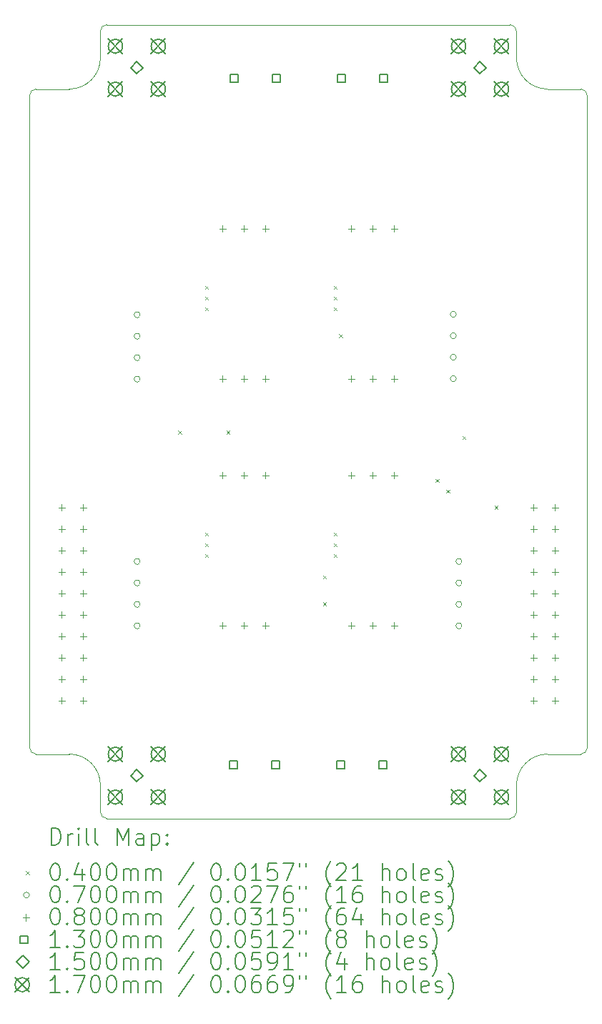
<source format=gbr>
%FSLAX45Y45*%
G04 Gerber Fmt 4.5, Leading zero omitted, Abs format (unit mm)*
G04 Created by KiCad (PCBNEW (6.0.0)) date 2022-08-16 09:44:08*
%MOMM*%
%LPD*%
G01*
G04 APERTURE LIST*
%TA.AperFunction,Profile*%
%ADD10C,0.050000*%
%TD*%
%ADD11C,0.200000*%
%ADD12C,0.040000*%
%ADD13C,0.070000*%
%ADD14C,0.080000*%
%ADD15C,0.130000*%
%ADD16C,0.150000*%
%ADD17C,0.170000*%
G04 APERTURE END LIST*
D10*
X8255000Y-7823200D02*
X8255000Y-15544800D01*
X14859000Y-15544800D02*
X14859000Y-7823200D01*
X8331200Y-15621000D02*
X8724900Y-15621000D01*
X9169400Y-16383000D02*
X13944600Y-16383000D01*
X9093200Y-15989300D02*
X9093200Y-16306800D01*
X14389100Y-15621000D02*
X14782800Y-15621000D01*
X8724900Y-7747000D02*
X8331200Y-7747000D01*
X14782800Y-15621000D02*
G75*
G03*
X14859000Y-15544800I4J76196D01*
G01*
X13944600Y-6985000D02*
X9169400Y-6985000D01*
X8331200Y-7747000D02*
G75*
G03*
X8255000Y-7823200I4J-76204D01*
G01*
X13944600Y-16383000D02*
G75*
G03*
X14020800Y-16306800I0J76200D01*
G01*
X8724900Y-7747000D02*
G75*
G03*
X9093200Y-7378700I4J368296D01*
G01*
X14859000Y-7823200D02*
G75*
G03*
X14782800Y-7747000I-76202J-2D01*
G01*
X14782800Y-7747000D02*
X14389100Y-7747000D01*
X9169400Y-6985000D02*
G75*
G03*
X9093200Y-7061200I4J-76204D01*
G01*
X9093200Y-15989300D02*
G75*
G03*
X8724900Y-15621000I-368300J0D01*
G01*
X14389100Y-15621000D02*
G75*
G03*
X14020800Y-15989300I0J-368300D01*
G01*
X14020800Y-16306800D02*
X14020800Y-15989300D01*
X14020800Y-7378700D02*
G75*
G03*
X14389100Y-7747000I368298J-2D01*
G01*
X8255000Y-15544800D02*
G75*
G03*
X8331200Y-15621000I76201J1D01*
G01*
X14020800Y-7378700D02*
X14020800Y-7061200D01*
X9093200Y-7061200D02*
X9093200Y-7378700D01*
X9093200Y-16306800D02*
G75*
G03*
X9169400Y-16383000I76200J0D01*
G01*
X14020800Y-7061200D02*
G75*
G03*
X13944600Y-6985000I-76202J-2D01*
G01*
D11*
D12*
X10013000Y-11791000D02*
X10053000Y-11831000D01*
X10053000Y-11791000D02*
X10013000Y-11831000D01*
X10330500Y-10076500D02*
X10370500Y-10116500D01*
X10370500Y-10076500D02*
X10330500Y-10116500D01*
X10330500Y-10203500D02*
X10370500Y-10243500D01*
X10370500Y-10203500D02*
X10330500Y-10243500D01*
X10330500Y-10330500D02*
X10370500Y-10370500D01*
X10370500Y-10330500D02*
X10330500Y-10370500D01*
X10330500Y-12997500D02*
X10370500Y-13037500D01*
X10370500Y-12997500D02*
X10330500Y-13037500D01*
X10330500Y-13124500D02*
X10370500Y-13164500D01*
X10370500Y-13124500D02*
X10330500Y-13164500D01*
X10330500Y-13251500D02*
X10370500Y-13291500D01*
X10370500Y-13251500D02*
X10330500Y-13291500D01*
X10584500Y-11791000D02*
X10624500Y-11831000D01*
X10624500Y-11791000D02*
X10584500Y-11831000D01*
X11727500Y-13505500D02*
X11767500Y-13545500D01*
X11767500Y-13505500D02*
X11727500Y-13545500D01*
X11727500Y-13823000D02*
X11767500Y-13863000D01*
X11767500Y-13823000D02*
X11727500Y-13863000D01*
X11854500Y-10076500D02*
X11894500Y-10116500D01*
X11894500Y-10076500D02*
X11854500Y-10116500D01*
X11854500Y-10203500D02*
X11894500Y-10243500D01*
X11894500Y-10203500D02*
X11854500Y-10243500D01*
X11854500Y-10330500D02*
X11894500Y-10370500D01*
X11894500Y-10330500D02*
X11854500Y-10370500D01*
X11854500Y-12997500D02*
X11894500Y-13037500D01*
X11894500Y-12997500D02*
X11854500Y-13037500D01*
X11854500Y-13124500D02*
X11894500Y-13164500D01*
X11894500Y-13124500D02*
X11854500Y-13164500D01*
X11854500Y-13251500D02*
X11894500Y-13291500D01*
X11894500Y-13251500D02*
X11854500Y-13291500D01*
X11918000Y-10648000D02*
X11958000Y-10688000D01*
X11958000Y-10648000D02*
X11918000Y-10688000D01*
X13061000Y-12362500D02*
X13101000Y-12402500D01*
X13101000Y-12362500D02*
X13061000Y-12402500D01*
X13188000Y-12489500D02*
X13228000Y-12529500D01*
X13228000Y-12489500D02*
X13188000Y-12529500D01*
X13378500Y-11854500D02*
X13418500Y-11894500D01*
X13418500Y-11854500D02*
X13378500Y-11894500D01*
X13759500Y-12680000D02*
X13799500Y-12720000D01*
X13799500Y-12680000D02*
X13759500Y-12720000D01*
D13*
X9563750Y-10418750D02*
G75*
G03*
X9563750Y-10418750I-35000J0D01*
G01*
X9563750Y-10672750D02*
G75*
G03*
X9563750Y-10672750I-35000J0D01*
G01*
X9563750Y-10926750D02*
G75*
G03*
X9563750Y-10926750I-35000J0D01*
G01*
X9563750Y-11180750D02*
G75*
G03*
X9563750Y-11180750I-35000J0D01*
G01*
X9563750Y-13339750D02*
G75*
G03*
X9563750Y-13339750I-35000J0D01*
G01*
X9563750Y-13593750D02*
G75*
G03*
X9563750Y-13593750I-35000J0D01*
G01*
X9563750Y-13847750D02*
G75*
G03*
X9563750Y-13847750I-35000J0D01*
G01*
X9563750Y-14101750D02*
G75*
G03*
X9563750Y-14101750I-35000J0D01*
G01*
X13306500Y-10414000D02*
G75*
G03*
X13306500Y-10414000I-35000J0D01*
G01*
X13306500Y-10668000D02*
G75*
G03*
X13306500Y-10668000I-35000J0D01*
G01*
X13306500Y-10922000D02*
G75*
G03*
X13306500Y-10922000I-35000J0D01*
G01*
X13306500Y-11176000D02*
G75*
G03*
X13306500Y-11176000I-35000J0D01*
G01*
X13373750Y-13339750D02*
G75*
G03*
X13373750Y-13339750I-35000J0D01*
G01*
X13373750Y-13593750D02*
G75*
G03*
X13373750Y-13593750I-35000J0D01*
G01*
X13373750Y-13847750D02*
G75*
G03*
X13373750Y-13847750I-35000J0D01*
G01*
X13373750Y-14101750D02*
G75*
G03*
X13373750Y-14101750I-35000J0D01*
G01*
D14*
X8636000Y-12660000D02*
X8636000Y-12740000D01*
X8596000Y-12700000D02*
X8676000Y-12700000D01*
X8636000Y-12914000D02*
X8636000Y-12994000D01*
X8596000Y-12954000D02*
X8676000Y-12954000D01*
X8636000Y-13168000D02*
X8636000Y-13248000D01*
X8596000Y-13208000D02*
X8676000Y-13208000D01*
X8636000Y-13422000D02*
X8636000Y-13502000D01*
X8596000Y-13462000D02*
X8676000Y-13462000D01*
X8636000Y-13676000D02*
X8636000Y-13756000D01*
X8596000Y-13716000D02*
X8676000Y-13716000D01*
X8636000Y-13930000D02*
X8636000Y-14010000D01*
X8596000Y-13970000D02*
X8676000Y-13970000D01*
X8636000Y-14184000D02*
X8636000Y-14264000D01*
X8596000Y-14224000D02*
X8676000Y-14224000D01*
X8636000Y-14438000D02*
X8636000Y-14518000D01*
X8596000Y-14478000D02*
X8676000Y-14478000D01*
X8636000Y-14692000D02*
X8636000Y-14772000D01*
X8596000Y-14732000D02*
X8676000Y-14732000D01*
X8636000Y-14946000D02*
X8636000Y-15026000D01*
X8596000Y-14986000D02*
X8676000Y-14986000D01*
X8890000Y-12660000D02*
X8890000Y-12740000D01*
X8850000Y-12700000D02*
X8930000Y-12700000D01*
X8890000Y-12914000D02*
X8890000Y-12994000D01*
X8850000Y-12954000D02*
X8930000Y-12954000D01*
X8890000Y-13168000D02*
X8890000Y-13248000D01*
X8850000Y-13208000D02*
X8930000Y-13208000D01*
X8890000Y-13422000D02*
X8890000Y-13502000D01*
X8850000Y-13462000D02*
X8930000Y-13462000D01*
X8890000Y-13676000D02*
X8890000Y-13756000D01*
X8850000Y-13716000D02*
X8930000Y-13716000D01*
X8890000Y-13930000D02*
X8890000Y-14010000D01*
X8850000Y-13970000D02*
X8930000Y-13970000D01*
X8890000Y-14184000D02*
X8890000Y-14264000D01*
X8850000Y-14224000D02*
X8930000Y-14224000D01*
X8890000Y-14438000D02*
X8890000Y-14518000D01*
X8850000Y-14478000D02*
X8930000Y-14478000D01*
X8890000Y-14692000D02*
X8890000Y-14772000D01*
X8850000Y-14732000D02*
X8930000Y-14732000D01*
X8890000Y-14946000D02*
X8890000Y-15026000D01*
X8850000Y-14986000D02*
X8930000Y-14986000D01*
X10541000Y-9358000D02*
X10541000Y-9438000D01*
X10501000Y-9398000D02*
X10581000Y-9398000D01*
X10541000Y-11136000D02*
X10541000Y-11216000D01*
X10501000Y-11176000D02*
X10581000Y-11176000D01*
X10541000Y-12279000D02*
X10541000Y-12359000D01*
X10501000Y-12319000D02*
X10581000Y-12319000D01*
X10541000Y-14057000D02*
X10541000Y-14137000D01*
X10501000Y-14097000D02*
X10581000Y-14097000D01*
X10795000Y-9358000D02*
X10795000Y-9438000D01*
X10755000Y-9398000D02*
X10835000Y-9398000D01*
X10795000Y-11136000D02*
X10795000Y-11216000D01*
X10755000Y-11176000D02*
X10835000Y-11176000D01*
X10795000Y-12279000D02*
X10795000Y-12359000D01*
X10755000Y-12319000D02*
X10835000Y-12319000D01*
X10795000Y-14057000D02*
X10795000Y-14137000D01*
X10755000Y-14097000D02*
X10835000Y-14097000D01*
X11049000Y-9358000D02*
X11049000Y-9438000D01*
X11009000Y-9398000D02*
X11089000Y-9398000D01*
X11049000Y-11136000D02*
X11049000Y-11216000D01*
X11009000Y-11176000D02*
X11089000Y-11176000D01*
X11049000Y-12279000D02*
X11049000Y-12359000D01*
X11009000Y-12319000D02*
X11089000Y-12319000D01*
X11049000Y-14057000D02*
X11049000Y-14137000D01*
X11009000Y-14097000D02*
X11089000Y-14097000D01*
X12065000Y-9358000D02*
X12065000Y-9438000D01*
X12025000Y-9398000D02*
X12105000Y-9398000D01*
X12065000Y-11136000D02*
X12065000Y-11216000D01*
X12025000Y-11176000D02*
X12105000Y-11176000D01*
X12065000Y-12279000D02*
X12065000Y-12359000D01*
X12025000Y-12319000D02*
X12105000Y-12319000D01*
X12065000Y-14057000D02*
X12065000Y-14137000D01*
X12025000Y-14097000D02*
X12105000Y-14097000D01*
X12319000Y-9358000D02*
X12319000Y-9438000D01*
X12279000Y-9398000D02*
X12359000Y-9398000D01*
X12319000Y-11136000D02*
X12319000Y-11216000D01*
X12279000Y-11176000D02*
X12359000Y-11176000D01*
X12319000Y-12279000D02*
X12319000Y-12359000D01*
X12279000Y-12319000D02*
X12359000Y-12319000D01*
X12319000Y-14057000D02*
X12319000Y-14137000D01*
X12279000Y-14097000D02*
X12359000Y-14097000D01*
X12573000Y-9358000D02*
X12573000Y-9438000D01*
X12533000Y-9398000D02*
X12613000Y-9398000D01*
X12573000Y-11136000D02*
X12573000Y-11216000D01*
X12533000Y-11176000D02*
X12613000Y-11176000D01*
X12573000Y-12279000D02*
X12573000Y-12359000D01*
X12533000Y-12319000D02*
X12613000Y-12319000D01*
X12573000Y-14057000D02*
X12573000Y-14137000D01*
X12533000Y-14097000D02*
X12613000Y-14097000D01*
X14224000Y-12660000D02*
X14224000Y-12740000D01*
X14184000Y-12700000D02*
X14264000Y-12700000D01*
X14224000Y-12914000D02*
X14224000Y-12994000D01*
X14184000Y-12954000D02*
X14264000Y-12954000D01*
X14224000Y-13168000D02*
X14224000Y-13248000D01*
X14184000Y-13208000D02*
X14264000Y-13208000D01*
X14224000Y-13422000D02*
X14224000Y-13502000D01*
X14184000Y-13462000D02*
X14264000Y-13462000D01*
X14224000Y-13676000D02*
X14224000Y-13756000D01*
X14184000Y-13716000D02*
X14264000Y-13716000D01*
X14224000Y-13930000D02*
X14224000Y-14010000D01*
X14184000Y-13970000D02*
X14264000Y-13970000D01*
X14224000Y-14184000D02*
X14224000Y-14264000D01*
X14184000Y-14224000D02*
X14264000Y-14224000D01*
X14224000Y-14438000D02*
X14224000Y-14518000D01*
X14184000Y-14478000D02*
X14264000Y-14478000D01*
X14224000Y-14692000D02*
X14224000Y-14772000D01*
X14184000Y-14732000D02*
X14264000Y-14732000D01*
X14224000Y-14946000D02*
X14224000Y-15026000D01*
X14184000Y-14986000D02*
X14264000Y-14986000D01*
X14478000Y-12660000D02*
X14478000Y-12740000D01*
X14438000Y-12700000D02*
X14518000Y-12700000D01*
X14478000Y-12914000D02*
X14478000Y-12994000D01*
X14438000Y-12954000D02*
X14518000Y-12954000D01*
X14478000Y-13168000D02*
X14478000Y-13248000D01*
X14438000Y-13208000D02*
X14518000Y-13208000D01*
X14478000Y-13422000D02*
X14478000Y-13502000D01*
X14438000Y-13462000D02*
X14518000Y-13462000D01*
X14478000Y-13676000D02*
X14478000Y-13756000D01*
X14438000Y-13716000D02*
X14518000Y-13716000D01*
X14478000Y-13930000D02*
X14478000Y-14010000D01*
X14438000Y-13970000D02*
X14518000Y-13970000D01*
X14478000Y-14184000D02*
X14478000Y-14264000D01*
X14438000Y-14224000D02*
X14518000Y-14224000D01*
X14478000Y-14438000D02*
X14478000Y-14518000D01*
X14438000Y-14478000D02*
X14518000Y-14478000D01*
X14478000Y-14692000D02*
X14478000Y-14772000D01*
X14438000Y-14732000D02*
X14518000Y-14732000D01*
X14478000Y-14946000D02*
X14478000Y-15026000D01*
X14438000Y-14986000D02*
X14518000Y-14986000D01*
D15*
X10713962Y-15793962D02*
X10713962Y-15702038D01*
X10622038Y-15702038D01*
X10622038Y-15793962D01*
X10713962Y-15793962D01*
X10721962Y-7665962D02*
X10721962Y-7574038D01*
X10630038Y-7574038D01*
X10630038Y-7665962D01*
X10721962Y-7665962D01*
X11213962Y-15793962D02*
X11213962Y-15702038D01*
X11122038Y-15702038D01*
X11122038Y-15793962D01*
X11213962Y-15793962D01*
X11221962Y-7665962D02*
X11221962Y-7574038D01*
X11130038Y-7574038D01*
X11130038Y-7665962D01*
X11221962Y-7665962D01*
X11983962Y-15793962D02*
X11983962Y-15702038D01*
X11892038Y-15702038D01*
X11892038Y-15793962D01*
X11983962Y-15793962D01*
X11991962Y-7665962D02*
X11991962Y-7574038D01*
X11900038Y-7574038D01*
X11900038Y-7665962D01*
X11991962Y-7665962D01*
X12483962Y-15793962D02*
X12483962Y-15702038D01*
X12392038Y-15702038D01*
X12392038Y-15793962D01*
X12483962Y-15793962D01*
X12491962Y-7665962D02*
X12491962Y-7574038D01*
X12400038Y-7574038D01*
X12400038Y-7665962D01*
X12491962Y-7665962D01*
D16*
X9525000Y-7568000D02*
X9600000Y-7493000D01*
X9525000Y-7418000D01*
X9450000Y-7493000D01*
X9525000Y-7568000D01*
X9525000Y-15950000D02*
X9600000Y-15875000D01*
X9525000Y-15800000D01*
X9450000Y-15875000D01*
X9525000Y-15950000D01*
X13589000Y-7568000D02*
X13664000Y-7493000D01*
X13589000Y-7418000D01*
X13514000Y-7493000D01*
X13589000Y-7568000D01*
X13589000Y-15950000D02*
X13664000Y-15875000D01*
X13589000Y-15800000D01*
X13514000Y-15875000D01*
X13589000Y-15950000D01*
D17*
X9186000Y-7154000D02*
X9356000Y-7324000D01*
X9356000Y-7154000D02*
X9186000Y-7324000D01*
X9356000Y-7239000D02*
G75*
G03*
X9356000Y-7239000I-85000J0D01*
G01*
X9186000Y-7662000D02*
X9356000Y-7832000D01*
X9356000Y-7662000D02*
X9186000Y-7832000D01*
X9356000Y-7747000D02*
G75*
G03*
X9356000Y-7747000I-85000J0D01*
G01*
X9186000Y-15536000D02*
X9356000Y-15706000D01*
X9356000Y-15536000D02*
X9186000Y-15706000D01*
X9356000Y-15621000D02*
G75*
G03*
X9356000Y-15621000I-85000J0D01*
G01*
X9186000Y-16044000D02*
X9356000Y-16214000D01*
X9356000Y-16044000D02*
X9186000Y-16214000D01*
X9356000Y-16129000D02*
G75*
G03*
X9356000Y-16129000I-85000J0D01*
G01*
X9694000Y-7154000D02*
X9864000Y-7324000D01*
X9864000Y-7154000D02*
X9694000Y-7324000D01*
X9864000Y-7239000D02*
G75*
G03*
X9864000Y-7239000I-85000J0D01*
G01*
X9694000Y-7662000D02*
X9864000Y-7832000D01*
X9864000Y-7662000D02*
X9694000Y-7832000D01*
X9864000Y-7747000D02*
G75*
G03*
X9864000Y-7747000I-85000J0D01*
G01*
X9694000Y-15536000D02*
X9864000Y-15706000D01*
X9864000Y-15536000D02*
X9694000Y-15706000D01*
X9864000Y-15621000D02*
G75*
G03*
X9864000Y-15621000I-85000J0D01*
G01*
X9694000Y-16044000D02*
X9864000Y-16214000D01*
X9864000Y-16044000D02*
X9694000Y-16214000D01*
X9864000Y-16129000D02*
G75*
G03*
X9864000Y-16129000I-85000J0D01*
G01*
X13250000Y-7154000D02*
X13420000Y-7324000D01*
X13420000Y-7154000D02*
X13250000Y-7324000D01*
X13420000Y-7239000D02*
G75*
G03*
X13420000Y-7239000I-85000J0D01*
G01*
X13250000Y-7662000D02*
X13420000Y-7832000D01*
X13420000Y-7662000D02*
X13250000Y-7832000D01*
X13420000Y-7747000D02*
G75*
G03*
X13420000Y-7747000I-85000J0D01*
G01*
X13250000Y-15536000D02*
X13420000Y-15706000D01*
X13420000Y-15536000D02*
X13250000Y-15706000D01*
X13420000Y-15621000D02*
G75*
G03*
X13420000Y-15621000I-85000J0D01*
G01*
X13250000Y-16044000D02*
X13420000Y-16214000D01*
X13420000Y-16044000D02*
X13250000Y-16214000D01*
X13420000Y-16129000D02*
G75*
G03*
X13420000Y-16129000I-85000J0D01*
G01*
X13758000Y-7154000D02*
X13928000Y-7324000D01*
X13928000Y-7154000D02*
X13758000Y-7324000D01*
X13928000Y-7239000D02*
G75*
G03*
X13928000Y-7239000I-85000J0D01*
G01*
X13758000Y-7662000D02*
X13928000Y-7832000D01*
X13928000Y-7662000D02*
X13758000Y-7832000D01*
X13928000Y-7747000D02*
G75*
G03*
X13928000Y-7747000I-85000J0D01*
G01*
X13758000Y-15536000D02*
X13928000Y-15706000D01*
X13928000Y-15536000D02*
X13758000Y-15706000D01*
X13928000Y-15621000D02*
G75*
G03*
X13928000Y-15621000I-85000J0D01*
G01*
X13758000Y-16044000D02*
X13928000Y-16214000D01*
X13928000Y-16044000D02*
X13758000Y-16214000D01*
X13928000Y-16129000D02*
G75*
G03*
X13928000Y-16129000I-85000J0D01*
G01*
D11*
X8510119Y-16695976D02*
X8510119Y-16495976D01*
X8557738Y-16495976D01*
X8586310Y-16505500D01*
X8605357Y-16524548D01*
X8614881Y-16543595D01*
X8624405Y-16581690D01*
X8624405Y-16610262D01*
X8614881Y-16648357D01*
X8605357Y-16667405D01*
X8586310Y-16686452D01*
X8557738Y-16695976D01*
X8510119Y-16695976D01*
X8710119Y-16695976D02*
X8710119Y-16562643D01*
X8710119Y-16600738D02*
X8719643Y-16581690D01*
X8729167Y-16572167D01*
X8748214Y-16562643D01*
X8767262Y-16562643D01*
X8833929Y-16695976D02*
X8833929Y-16562643D01*
X8833929Y-16495976D02*
X8824405Y-16505500D01*
X8833929Y-16515024D01*
X8843452Y-16505500D01*
X8833929Y-16495976D01*
X8833929Y-16515024D01*
X8957738Y-16695976D02*
X8938690Y-16686452D01*
X8929167Y-16667405D01*
X8929167Y-16495976D01*
X9062500Y-16695976D02*
X9043452Y-16686452D01*
X9033929Y-16667405D01*
X9033929Y-16495976D01*
X9291071Y-16695976D02*
X9291071Y-16495976D01*
X9357738Y-16638833D01*
X9424405Y-16495976D01*
X9424405Y-16695976D01*
X9605357Y-16695976D02*
X9605357Y-16591214D01*
X9595833Y-16572167D01*
X9576786Y-16562643D01*
X9538690Y-16562643D01*
X9519643Y-16572167D01*
X9605357Y-16686452D02*
X9586310Y-16695976D01*
X9538690Y-16695976D01*
X9519643Y-16686452D01*
X9510119Y-16667405D01*
X9510119Y-16648357D01*
X9519643Y-16629309D01*
X9538690Y-16619786D01*
X9586310Y-16619786D01*
X9605357Y-16610262D01*
X9700595Y-16562643D02*
X9700595Y-16762643D01*
X9700595Y-16572167D02*
X9719643Y-16562643D01*
X9757738Y-16562643D01*
X9776786Y-16572167D01*
X9786310Y-16581690D01*
X9795833Y-16600738D01*
X9795833Y-16657881D01*
X9786310Y-16676928D01*
X9776786Y-16686452D01*
X9757738Y-16695976D01*
X9719643Y-16695976D01*
X9700595Y-16686452D01*
X9881548Y-16676928D02*
X9891071Y-16686452D01*
X9881548Y-16695976D01*
X9872024Y-16686452D01*
X9881548Y-16676928D01*
X9881548Y-16695976D01*
X9881548Y-16572167D02*
X9891071Y-16581690D01*
X9881548Y-16591214D01*
X9872024Y-16581690D01*
X9881548Y-16572167D01*
X9881548Y-16591214D01*
D12*
X8212500Y-17005500D02*
X8252500Y-17045500D01*
X8252500Y-17005500D02*
X8212500Y-17045500D01*
D11*
X8548214Y-16915976D02*
X8567262Y-16915976D01*
X8586310Y-16925500D01*
X8595833Y-16935024D01*
X8605357Y-16954071D01*
X8614881Y-16992167D01*
X8614881Y-17039786D01*
X8605357Y-17077881D01*
X8595833Y-17096929D01*
X8586310Y-17106452D01*
X8567262Y-17115976D01*
X8548214Y-17115976D01*
X8529167Y-17106452D01*
X8519643Y-17096929D01*
X8510119Y-17077881D01*
X8500595Y-17039786D01*
X8500595Y-16992167D01*
X8510119Y-16954071D01*
X8519643Y-16935024D01*
X8529167Y-16925500D01*
X8548214Y-16915976D01*
X8700595Y-17096929D02*
X8710119Y-17106452D01*
X8700595Y-17115976D01*
X8691071Y-17106452D01*
X8700595Y-17096929D01*
X8700595Y-17115976D01*
X8881548Y-16982643D02*
X8881548Y-17115976D01*
X8833929Y-16906452D02*
X8786310Y-17049310D01*
X8910119Y-17049310D01*
X9024405Y-16915976D02*
X9043452Y-16915976D01*
X9062500Y-16925500D01*
X9072024Y-16935024D01*
X9081548Y-16954071D01*
X9091071Y-16992167D01*
X9091071Y-17039786D01*
X9081548Y-17077881D01*
X9072024Y-17096929D01*
X9062500Y-17106452D01*
X9043452Y-17115976D01*
X9024405Y-17115976D01*
X9005357Y-17106452D01*
X8995833Y-17096929D01*
X8986310Y-17077881D01*
X8976786Y-17039786D01*
X8976786Y-16992167D01*
X8986310Y-16954071D01*
X8995833Y-16935024D01*
X9005357Y-16925500D01*
X9024405Y-16915976D01*
X9214881Y-16915976D02*
X9233929Y-16915976D01*
X9252976Y-16925500D01*
X9262500Y-16935024D01*
X9272024Y-16954071D01*
X9281548Y-16992167D01*
X9281548Y-17039786D01*
X9272024Y-17077881D01*
X9262500Y-17096929D01*
X9252976Y-17106452D01*
X9233929Y-17115976D01*
X9214881Y-17115976D01*
X9195833Y-17106452D01*
X9186310Y-17096929D01*
X9176786Y-17077881D01*
X9167262Y-17039786D01*
X9167262Y-16992167D01*
X9176786Y-16954071D01*
X9186310Y-16935024D01*
X9195833Y-16925500D01*
X9214881Y-16915976D01*
X9367262Y-17115976D02*
X9367262Y-16982643D01*
X9367262Y-17001690D02*
X9376786Y-16992167D01*
X9395833Y-16982643D01*
X9424405Y-16982643D01*
X9443452Y-16992167D01*
X9452976Y-17011214D01*
X9452976Y-17115976D01*
X9452976Y-17011214D02*
X9462500Y-16992167D01*
X9481548Y-16982643D01*
X9510119Y-16982643D01*
X9529167Y-16992167D01*
X9538690Y-17011214D01*
X9538690Y-17115976D01*
X9633929Y-17115976D02*
X9633929Y-16982643D01*
X9633929Y-17001690D02*
X9643452Y-16992167D01*
X9662500Y-16982643D01*
X9691071Y-16982643D01*
X9710119Y-16992167D01*
X9719643Y-17011214D01*
X9719643Y-17115976D01*
X9719643Y-17011214D02*
X9729167Y-16992167D01*
X9748214Y-16982643D01*
X9776786Y-16982643D01*
X9795833Y-16992167D01*
X9805357Y-17011214D01*
X9805357Y-17115976D01*
X10195833Y-16906452D02*
X10024405Y-17163595D01*
X10452976Y-16915976D02*
X10472024Y-16915976D01*
X10491071Y-16925500D01*
X10500595Y-16935024D01*
X10510119Y-16954071D01*
X10519643Y-16992167D01*
X10519643Y-17039786D01*
X10510119Y-17077881D01*
X10500595Y-17096929D01*
X10491071Y-17106452D01*
X10472024Y-17115976D01*
X10452976Y-17115976D01*
X10433929Y-17106452D01*
X10424405Y-17096929D01*
X10414881Y-17077881D01*
X10405357Y-17039786D01*
X10405357Y-16992167D01*
X10414881Y-16954071D01*
X10424405Y-16935024D01*
X10433929Y-16925500D01*
X10452976Y-16915976D01*
X10605357Y-17096929D02*
X10614881Y-17106452D01*
X10605357Y-17115976D01*
X10595833Y-17106452D01*
X10605357Y-17096929D01*
X10605357Y-17115976D01*
X10738690Y-16915976D02*
X10757738Y-16915976D01*
X10776786Y-16925500D01*
X10786310Y-16935024D01*
X10795833Y-16954071D01*
X10805357Y-16992167D01*
X10805357Y-17039786D01*
X10795833Y-17077881D01*
X10786310Y-17096929D01*
X10776786Y-17106452D01*
X10757738Y-17115976D01*
X10738690Y-17115976D01*
X10719643Y-17106452D01*
X10710119Y-17096929D01*
X10700595Y-17077881D01*
X10691071Y-17039786D01*
X10691071Y-16992167D01*
X10700595Y-16954071D01*
X10710119Y-16935024D01*
X10719643Y-16925500D01*
X10738690Y-16915976D01*
X10995833Y-17115976D02*
X10881548Y-17115976D01*
X10938690Y-17115976D02*
X10938690Y-16915976D01*
X10919643Y-16944548D01*
X10900595Y-16963595D01*
X10881548Y-16973119D01*
X11176786Y-16915976D02*
X11081548Y-16915976D01*
X11072024Y-17011214D01*
X11081548Y-17001690D01*
X11100595Y-16992167D01*
X11148214Y-16992167D01*
X11167262Y-17001690D01*
X11176786Y-17011214D01*
X11186309Y-17030262D01*
X11186309Y-17077881D01*
X11176786Y-17096929D01*
X11167262Y-17106452D01*
X11148214Y-17115976D01*
X11100595Y-17115976D01*
X11081548Y-17106452D01*
X11072024Y-17096929D01*
X11252976Y-16915976D02*
X11386309Y-16915976D01*
X11300595Y-17115976D01*
X11452976Y-16915976D02*
X11452976Y-16954071D01*
X11529167Y-16915976D02*
X11529167Y-16954071D01*
X11824405Y-17192167D02*
X11814881Y-17182643D01*
X11795833Y-17154071D01*
X11786309Y-17135024D01*
X11776786Y-17106452D01*
X11767262Y-17058833D01*
X11767262Y-17020738D01*
X11776786Y-16973119D01*
X11786309Y-16944548D01*
X11795833Y-16925500D01*
X11814881Y-16896929D01*
X11824405Y-16887405D01*
X11891071Y-16935024D02*
X11900595Y-16925500D01*
X11919643Y-16915976D01*
X11967262Y-16915976D01*
X11986309Y-16925500D01*
X11995833Y-16935024D01*
X12005357Y-16954071D01*
X12005357Y-16973119D01*
X11995833Y-17001690D01*
X11881548Y-17115976D01*
X12005357Y-17115976D01*
X12195833Y-17115976D02*
X12081548Y-17115976D01*
X12138690Y-17115976D02*
X12138690Y-16915976D01*
X12119643Y-16944548D01*
X12100595Y-16963595D01*
X12081548Y-16973119D01*
X12433928Y-17115976D02*
X12433928Y-16915976D01*
X12519643Y-17115976D02*
X12519643Y-17011214D01*
X12510119Y-16992167D01*
X12491071Y-16982643D01*
X12462500Y-16982643D01*
X12443452Y-16992167D01*
X12433928Y-17001690D01*
X12643452Y-17115976D02*
X12624405Y-17106452D01*
X12614881Y-17096929D01*
X12605357Y-17077881D01*
X12605357Y-17020738D01*
X12614881Y-17001690D01*
X12624405Y-16992167D01*
X12643452Y-16982643D01*
X12672024Y-16982643D01*
X12691071Y-16992167D01*
X12700595Y-17001690D01*
X12710119Y-17020738D01*
X12710119Y-17077881D01*
X12700595Y-17096929D01*
X12691071Y-17106452D01*
X12672024Y-17115976D01*
X12643452Y-17115976D01*
X12824405Y-17115976D02*
X12805357Y-17106452D01*
X12795833Y-17087405D01*
X12795833Y-16915976D01*
X12976786Y-17106452D02*
X12957738Y-17115976D01*
X12919643Y-17115976D01*
X12900595Y-17106452D01*
X12891071Y-17087405D01*
X12891071Y-17011214D01*
X12900595Y-16992167D01*
X12919643Y-16982643D01*
X12957738Y-16982643D01*
X12976786Y-16992167D01*
X12986309Y-17011214D01*
X12986309Y-17030262D01*
X12891071Y-17049310D01*
X13062500Y-17106452D02*
X13081548Y-17115976D01*
X13119643Y-17115976D01*
X13138690Y-17106452D01*
X13148214Y-17087405D01*
X13148214Y-17077881D01*
X13138690Y-17058833D01*
X13119643Y-17049310D01*
X13091071Y-17049310D01*
X13072024Y-17039786D01*
X13062500Y-17020738D01*
X13062500Y-17011214D01*
X13072024Y-16992167D01*
X13091071Y-16982643D01*
X13119643Y-16982643D01*
X13138690Y-16992167D01*
X13214881Y-17192167D02*
X13224405Y-17182643D01*
X13243452Y-17154071D01*
X13252976Y-17135024D01*
X13262500Y-17106452D01*
X13272024Y-17058833D01*
X13272024Y-17020738D01*
X13262500Y-16973119D01*
X13252976Y-16944548D01*
X13243452Y-16925500D01*
X13224405Y-16896929D01*
X13214881Y-16887405D01*
D13*
X8252500Y-17289500D02*
G75*
G03*
X8252500Y-17289500I-35000J0D01*
G01*
D11*
X8548214Y-17179976D02*
X8567262Y-17179976D01*
X8586310Y-17189500D01*
X8595833Y-17199024D01*
X8605357Y-17218071D01*
X8614881Y-17256167D01*
X8614881Y-17303786D01*
X8605357Y-17341881D01*
X8595833Y-17360929D01*
X8586310Y-17370452D01*
X8567262Y-17379976D01*
X8548214Y-17379976D01*
X8529167Y-17370452D01*
X8519643Y-17360929D01*
X8510119Y-17341881D01*
X8500595Y-17303786D01*
X8500595Y-17256167D01*
X8510119Y-17218071D01*
X8519643Y-17199024D01*
X8529167Y-17189500D01*
X8548214Y-17179976D01*
X8700595Y-17360929D02*
X8710119Y-17370452D01*
X8700595Y-17379976D01*
X8691071Y-17370452D01*
X8700595Y-17360929D01*
X8700595Y-17379976D01*
X8776786Y-17179976D02*
X8910119Y-17179976D01*
X8824405Y-17379976D01*
X9024405Y-17179976D02*
X9043452Y-17179976D01*
X9062500Y-17189500D01*
X9072024Y-17199024D01*
X9081548Y-17218071D01*
X9091071Y-17256167D01*
X9091071Y-17303786D01*
X9081548Y-17341881D01*
X9072024Y-17360929D01*
X9062500Y-17370452D01*
X9043452Y-17379976D01*
X9024405Y-17379976D01*
X9005357Y-17370452D01*
X8995833Y-17360929D01*
X8986310Y-17341881D01*
X8976786Y-17303786D01*
X8976786Y-17256167D01*
X8986310Y-17218071D01*
X8995833Y-17199024D01*
X9005357Y-17189500D01*
X9024405Y-17179976D01*
X9214881Y-17179976D02*
X9233929Y-17179976D01*
X9252976Y-17189500D01*
X9262500Y-17199024D01*
X9272024Y-17218071D01*
X9281548Y-17256167D01*
X9281548Y-17303786D01*
X9272024Y-17341881D01*
X9262500Y-17360929D01*
X9252976Y-17370452D01*
X9233929Y-17379976D01*
X9214881Y-17379976D01*
X9195833Y-17370452D01*
X9186310Y-17360929D01*
X9176786Y-17341881D01*
X9167262Y-17303786D01*
X9167262Y-17256167D01*
X9176786Y-17218071D01*
X9186310Y-17199024D01*
X9195833Y-17189500D01*
X9214881Y-17179976D01*
X9367262Y-17379976D02*
X9367262Y-17246643D01*
X9367262Y-17265690D02*
X9376786Y-17256167D01*
X9395833Y-17246643D01*
X9424405Y-17246643D01*
X9443452Y-17256167D01*
X9452976Y-17275214D01*
X9452976Y-17379976D01*
X9452976Y-17275214D02*
X9462500Y-17256167D01*
X9481548Y-17246643D01*
X9510119Y-17246643D01*
X9529167Y-17256167D01*
X9538690Y-17275214D01*
X9538690Y-17379976D01*
X9633929Y-17379976D02*
X9633929Y-17246643D01*
X9633929Y-17265690D02*
X9643452Y-17256167D01*
X9662500Y-17246643D01*
X9691071Y-17246643D01*
X9710119Y-17256167D01*
X9719643Y-17275214D01*
X9719643Y-17379976D01*
X9719643Y-17275214D02*
X9729167Y-17256167D01*
X9748214Y-17246643D01*
X9776786Y-17246643D01*
X9795833Y-17256167D01*
X9805357Y-17275214D01*
X9805357Y-17379976D01*
X10195833Y-17170452D02*
X10024405Y-17427595D01*
X10452976Y-17179976D02*
X10472024Y-17179976D01*
X10491071Y-17189500D01*
X10500595Y-17199024D01*
X10510119Y-17218071D01*
X10519643Y-17256167D01*
X10519643Y-17303786D01*
X10510119Y-17341881D01*
X10500595Y-17360929D01*
X10491071Y-17370452D01*
X10472024Y-17379976D01*
X10452976Y-17379976D01*
X10433929Y-17370452D01*
X10424405Y-17360929D01*
X10414881Y-17341881D01*
X10405357Y-17303786D01*
X10405357Y-17256167D01*
X10414881Y-17218071D01*
X10424405Y-17199024D01*
X10433929Y-17189500D01*
X10452976Y-17179976D01*
X10605357Y-17360929D02*
X10614881Y-17370452D01*
X10605357Y-17379976D01*
X10595833Y-17370452D01*
X10605357Y-17360929D01*
X10605357Y-17379976D01*
X10738690Y-17179976D02*
X10757738Y-17179976D01*
X10776786Y-17189500D01*
X10786310Y-17199024D01*
X10795833Y-17218071D01*
X10805357Y-17256167D01*
X10805357Y-17303786D01*
X10795833Y-17341881D01*
X10786310Y-17360929D01*
X10776786Y-17370452D01*
X10757738Y-17379976D01*
X10738690Y-17379976D01*
X10719643Y-17370452D01*
X10710119Y-17360929D01*
X10700595Y-17341881D01*
X10691071Y-17303786D01*
X10691071Y-17256167D01*
X10700595Y-17218071D01*
X10710119Y-17199024D01*
X10719643Y-17189500D01*
X10738690Y-17179976D01*
X10881548Y-17199024D02*
X10891071Y-17189500D01*
X10910119Y-17179976D01*
X10957738Y-17179976D01*
X10976786Y-17189500D01*
X10986310Y-17199024D01*
X10995833Y-17218071D01*
X10995833Y-17237119D01*
X10986310Y-17265690D01*
X10872024Y-17379976D01*
X10995833Y-17379976D01*
X11062500Y-17179976D02*
X11195833Y-17179976D01*
X11110119Y-17379976D01*
X11357738Y-17179976D02*
X11319643Y-17179976D01*
X11300595Y-17189500D01*
X11291071Y-17199024D01*
X11272024Y-17227595D01*
X11262500Y-17265690D01*
X11262500Y-17341881D01*
X11272024Y-17360929D01*
X11281548Y-17370452D01*
X11300595Y-17379976D01*
X11338690Y-17379976D01*
X11357738Y-17370452D01*
X11367262Y-17360929D01*
X11376786Y-17341881D01*
X11376786Y-17294262D01*
X11367262Y-17275214D01*
X11357738Y-17265690D01*
X11338690Y-17256167D01*
X11300595Y-17256167D01*
X11281548Y-17265690D01*
X11272024Y-17275214D01*
X11262500Y-17294262D01*
X11452976Y-17179976D02*
X11452976Y-17218071D01*
X11529167Y-17179976D02*
X11529167Y-17218071D01*
X11824405Y-17456167D02*
X11814881Y-17446643D01*
X11795833Y-17418071D01*
X11786309Y-17399024D01*
X11776786Y-17370452D01*
X11767262Y-17322833D01*
X11767262Y-17284738D01*
X11776786Y-17237119D01*
X11786309Y-17208548D01*
X11795833Y-17189500D01*
X11814881Y-17160929D01*
X11824405Y-17151405D01*
X12005357Y-17379976D02*
X11891071Y-17379976D01*
X11948214Y-17379976D02*
X11948214Y-17179976D01*
X11929167Y-17208548D01*
X11910119Y-17227595D01*
X11891071Y-17237119D01*
X12176786Y-17179976D02*
X12138690Y-17179976D01*
X12119643Y-17189500D01*
X12110119Y-17199024D01*
X12091071Y-17227595D01*
X12081548Y-17265690D01*
X12081548Y-17341881D01*
X12091071Y-17360929D01*
X12100595Y-17370452D01*
X12119643Y-17379976D01*
X12157738Y-17379976D01*
X12176786Y-17370452D01*
X12186309Y-17360929D01*
X12195833Y-17341881D01*
X12195833Y-17294262D01*
X12186309Y-17275214D01*
X12176786Y-17265690D01*
X12157738Y-17256167D01*
X12119643Y-17256167D01*
X12100595Y-17265690D01*
X12091071Y-17275214D01*
X12081548Y-17294262D01*
X12433928Y-17379976D02*
X12433928Y-17179976D01*
X12519643Y-17379976D02*
X12519643Y-17275214D01*
X12510119Y-17256167D01*
X12491071Y-17246643D01*
X12462500Y-17246643D01*
X12443452Y-17256167D01*
X12433928Y-17265690D01*
X12643452Y-17379976D02*
X12624405Y-17370452D01*
X12614881Y-17360929D01*
X12605357Y-17341881D01*
X12605357Y-17284738D01*
X12614881Y-17265690D01*
X12624405Y-17256167D01*
X12643452Y-17246643D01*
X12672024Y-17246643D01*
X12691071Y-17256167D01*
X12700595Y-17265690D01*
X12710119Y-17284738D01*
X12710119Y-17341881D01*
X12700595Y-17360929D01*
X12691071Y-17370452D01*
X12672024Y-17379976D01*
X12643452Y-17379976D01*
X12824405Y-17379976D02*
X12805357Y-17370452D01*
X12795833Y-17351405D01*
X12795833Y-17179976D01*
X12976786Y-17370452D02*
X12957738Y-17379976D01*
X12919643Y-17379976D01*
X12900595Y-17370452D01*
X12891071Y-17351405D01*
X12891071Y-17275214D01*
X12900595Y-17256167D01*
X12919643Y-17246643D01*
X12957738Y-17246643D01*
X12976786Y-17256167D01*
X12986309Y-17275214D01*
X12986309Y-17294262D01*
X12891071Y-17313310D01*
X13062500Y-17370452D02*
X13081548Y-17379976D01*
X13119643Y-17379976D01*
X13138690Y-17370452D01*
X13148214Y-17351405D01*
X13148214Y-17341881D01*
X13138690Y-17322833D01*
X13119643Y-17313310D01*
X13091071Y-17313310D01*
X13072024Y-17303786D01*
X13062500Y-17284738D01*
X13062500Y-17275214D01*
X13072024Y-17256167D01*
X13091071Y-17246643D01*
X13119643Y-17246643D01*
X13138690Y-17256167D01*
X13214881Y-17456167D02*
X13224405Y-17446643D01*
X13243452Y-17418071D01*
X13252976Y-17399024D01*
X13262500Y-17370452D01*
X13272024Y-17322833D01*
X13272024Y-17284738D01*
X13262500Y-17237119D01*
X13252976Y-17208548D01*
X13243452Y-17189500D01*
X13224405Y-17160929D01*
X13214881Y-17151405D01*
D14*
X8212500Y-17513500D02*
X8212500Y-17593500D01*
X8172500Y-17553500D02*
X8252500Y-17553500D01*
D11*
X8548214Y-17443976D02*
X8567262Y-17443976D01*
X8586310Y-17453500D01*
X8595833Y-17463024D01*
X8605357Y-17482071D01*
X8614881Y-17520167D01*
X8614881Y-17567786D01*
X8605357Y-17605881D01*
X8595833Y-17624929D01*
X8586310Y-17634452D01*
X8567262Y-17643976D01*
X8548214Y-17643976D01*
X8529167Y-17634452D01*
X8519643Y-17624929D01*
X8510119Y-17605881D01*
X8500595Y-17567786D01*
X8500595Y-17520167D01*
X8510119Y-17482071D01*
X8519643Y-17463024D01*
X8529167Y-17453500D01*
X8548214Y-17443976D01*
X8700595Y-17624929D02*
X8710119Y-17634452D01*
X8700595Y-17643976D01*
X8691071Y-17634452D01*
X8700595Y-17624929D01*
X8700595Y-17643976D01*
X8824405Y-17529690D02*
X8805357Y-17520167D01*
X8795833Y-17510643D01*
X8786310Y-17491595D01*
X8786310Y-17482071D01*
X8795833Y-17463024D01*
X8805357Y-17453500D01*
X8824405Y-17443976D01*
X8862500Y-17443976D01*
X8881548Y-17453500D01*
X8891071Y-17463024D01*
X8900595Y-17482071D01*
X8900595Y-17491595D01*
X8891071Y-17510643D01*
X8881548Y-17520167D01*
X8862500Y-17529690D01*
X8824405Y-17529690D01*
X8805357Y-17539214D01*
X8795833Y-17548738D01*
X8786310Y-17567786D01*
X8786310Y-17605881D01*
X8795833Y-17624929D01*
X8805357Y-17634452D01*
X8824405Y-17643976D01*
X8862500Y-17643976D01*
X8881548Y-17634452D01*
X8891071Y-17624929D01*
X8900595Y-17605881D01*
X8900595Y-17567786D01*
X8891071Y-17548738D01*
X8881548Y-17539214D01*
X8862500Y-17529690D01*
X9024405Y-17443976D02*
X9043452Y-17443976D01*
X9062500Y-17453500D01*
X9072024Y-17463024D01*
X9081548Y-17482071D01*
X9091071Y-17520167D01*
X9091071Y-17567786D01*
X9081548Y-17605881D01*
X9072024Y-17624929D01*
X9062500Y-17634452D01*
X9043452Y-17643976D01*
X9024405Y-17643976D01*
X9005357Y-17634452D01*
X8995833Y-17624929D01*
X8986310Y-17605881D01*
X8976786Y-17567786D01*
X8976786Y-17520167D01*
X8986310Y-17482071D01*
X8995833Y-17463024D01*
X9005357Y-17453500D01*
X9024405Y-17443976D01*
X9214881Y-17443976D02*
X9233929Y-17443976D01*
X9252976Y-17453500D01*
X9262500Y-17463024D01*
X9272024Y-17482071D01*
X9281548Y-17520167D01*
X9281548Y-17567786D01*
X9272024Y-17605881D01*
X9262500Y-17624929D01*
X9252976Y-17634452D01*
X9233929Y-17643976D01*
X9214881Y-17643976D01*
X9195833Y-17634452D01*
X9186310Y-17624929D01*
X9176786Y-17605881D01*
X9167262Y-17567786D01*
X9167262Y-17520167D01*
X9176786Y-17482071D01*
X9186310Y-17463024D01*
X9195833Y-17453500D01*
X9214881Y-17443976D01*
X9367262Y-17643976D02*
X9367262Y-17510643D01*
X9367262Y-17529690D02*
X9376786Y-17520167D01*
X9395833Y-17510643D01*
X9424405Y-17510643D01*
X9443452Y-17520167D01*
X9452976Y-17539214D01*
X9452976Y-17643976D01*
X9452976Y-17539214D02*
X9462500Y-17520167D01*
X9481548Y-17510643D01*
X9510119Y-17510643D01*
X9529167Y-17520167D01*
X9538690Y-17539214D01*
X9538690Y-17643976D01*
X9633929Y-17643976D02*
X9633929Y-17510643D01*
X9633929Y-17529690D02*
X9643452Y-17520167D01*
X9662500Y-17510643D01*
X9691071Y-17510643D01*
X9710119Y-17520167D01*
X9719643Y-17539214D01*
X9719643Y-17643976D01*
X9719643Y-17539214D02*
X9729167Y-17520167D01*
X9748214Y-17510643D01*
X9776786Y-17510643D01*
X9795833Y-17520167D01*
X9805357Y-17539214D01*
X9805357Y-17643976D01*
X10195833Y-17434452D02*
X10024405Y-17691595D01*
X10452976Y-17443976D02*
X10472024Y-17443976D01*
X10491071Y-17453500D01*
X10500595Y-17463024D01*
X10510119Y-17482071D01*
X10519643Y-17520167D01*
X10519643Y-17567786D01*
X10510119Y-17605881D01*
X10500595Y-17624929D01*
X10491071Y-17634452D01*
X10472024Y-17643976D01*
X10452976Y-17643976D01*
X10433929Y-17634452D01*
X10424405Y-17624929D01*
X10414881Y-17605881D01*
X10405357Y-17567786D01*
X10405357Y-17520167D01*
X10414881Y-17482071D01*
X10424405Y-17463024D01*
X10433929Y-17453500D01*
X10452976Y-17443976D01*
X10605357Y-17624929D02*
X10614881Y-17634452D01*
X10605357Y-17643976D01*
X10595833Y-17634452D01*
X10605357Y-17624929D01*
X10605357Y-17643976D01*
X10738690Y-17443976D02*
X10757738Y-17443976D01*
X10776786Y-17453500D01*
X10786310Y-17463024D01*
X10795833Y-17482071D01*
X10805357Y-17520167D01*
X10805357Y-17567786D01*
X10795833Y-17605881D01*
X10786310Y-17624929D01*
X10776786Y-17634452D01*
X10757738Y-17643976D01*
X10738690Y-17643976D01*
X10719643Y-17634452D01*
X10710119Y-17624929D01*
X10700595Y-17605881D01*
X10691071Y-17567786D01*
X10691071Y-17520167D01*
X10700595Y-17482071D01*
X10710119Y-17463024D01*
X10719643Y-17453500D01*
X10738690Y-17443976D01*
X10872024Y-17443976D02*
X10995833Y-17443976D01*
X10929167Y-17520167D01*
X10957738Y-17520167D01*
X10976786Y-17529690D01*
X10986310Y-17539214D01*
X10995833Y-17558262D01*
X10995833Y-17605881D01*
X10986310Y-17624929D01*
X10976786Y-17634452D01*
X10957738Y-17643976D01*
X10900595Y-17643976D01*
X10881548Y-17634452D01*
X10872024Y-17624929D01*
X11186309Y-17643976D02*
X11072024Y-17643976D01*
X11129167Y-17643976D02*
X11129167Y-17443976D01*
X11110119Y-17472548D01*
X11091071Y-17491595D01*
X11072024Y-17501119D01*
X11367262Y-17443976D02*
X11272024Y-17443976D01*
X11262500Y-17539214D01*
X11272024Y-17529690D01*
X11291071Y-17520167D01*
X11338690Y-17520167D01*
X11357738Y-17529690D01*
X11367262Y-17539214D01*
X11376786Y-17558262D01*
X11376786Y-17605881D01*
X11367262Y-17624929D01*
X11357738Y-17634452D01*
X11338690Y-17643976D01*
X11291071Y-17643976D01*
X11272024Y-17634452D01*
X11262500Y-17624929D01*
X11452976Y-17443976D02*
X11452976Y-17482071D01*
X11529167Y-17443976D02*
X11529167Y-17482071D01*
X11824405Y-17720167D02*
X11814881Y-17710643D01*
X11795833Y-17682071D01*
X11786309Y-17663024D01*
X11776786Y-17634452D01*
X11767262Y-17586833D01*
X11767262Y-17548738D01*
X11776786Y-17501119D01*
X11786309Y-17472548D01*
X11795833Y-17453500D01*
X11814881Y-17424929D01*
X11824405Y-17415405D01*
X11986309Y-17443976D02*
X11948214Y-17443976D01*
X11929167Y-17453500D01*
X11919643Y-17463024D01*
X11900595Y-17491595D01*
X11891071Y-17529690D01*
X11891071Y-17605881D01*
X11900595Y-17624929D01*
X11910119Y-17634452D01*
X11929167Y-17643976D01*
X11967262Y-17643976D01*
X11986309Y-17634452D01*
X11995833Y-17624929D01*
X12005357Y-17605881D01*
X12005357Y-17558262D01*
X11995833Y-17539214D01*
X11986309Y-17529690D01*
X11967262Y-17520167D01*
X11929167Y-17520167D01*
X11910119Y-17529690D01*
X11900595Y-17539214D01*
X11891071Y-17558262D01*
X12176786Y-17510643D02*
X12176786Y-17643976D01*
X12129167Y-17434452D02*
X12081548Y-17577310D01*
X12205357Y-17577310D01*
X12433928Y-17643976D02*
X12433928Y-17443976D01*
X12519643Y-17643976D02*
X12519643Y-17539214D01*
X12510119Y-17520167D01*
X12491071Y-17510643D01*
X12462500Y-17510643D01*
X12443452Y-17520167D01*
X12433928Y-17529690D01*
X12643452Y-17643976D02*
X12624405Y-17634452D01*
X12614881Y-17624929D01*
X12605357Y-17605881D01*
X12605357Y-17548738D01*
X12614881Y-17529690D01*
X12624405Y-17520167D01*
X12643452Y-17510643D01*
X12672024Y-17510643D01*
X12691071Y-17520167D01*
X12700595Y-17529690D01*
X12710119Y-17548738D01*
X12710119Y-17605881D01*
X12700595Y-17624929D01*
X12691071Y-17634452D01*
X12672024Y-17643976D01*
X12643452Y-17643976D01*
X12824405Y-17643976D02*
X12805357Y-17634452D01*
X12795833Y-17615405D01*
X12795833Y-17443976D01*
X12976786Y-17634452D02*
X12957738Y-17643976D01*
X12919643Y-17643976D01*
X12900595Y-17634452D01*
X12891071Y-17615405D01*
X12891071Y-17539214D01*
X12900595Y-17520167D01*
X12919643Y-17510643D01*
X12957738Y-17510643D01*
X12976786Y-17520167D01*
X12986309Y-17539214D01*
X12986309Y-17558262D01*
X12891071Y-17577310D01*
X13062500Y-17634452D02*
X13081548Y-17643976D01*
X13119643Y-17643976D01*
X13138690Y-17634452D01*
X13148214Y-17615405D01*
X13148214Y-17605881D01*
X13138690Y-17586833D01*
X13119643Y-17577310D01*
X13091071Y-17577310D01*
X13072024Y-17567786D01*
X13062500Y-17548738D01*
X13062500Y-17539214D01*
X13072024Y-17520167D01*
X13091071Y-17510643D01*
X13119643Y-17510643D01*
X13138690Y-17520167D01*
X13214881Y-17720167D02*
X13224405Y-17710643D01*
X13243452Y-17682071D01*
X13252976Y-17663024D01*
X13262500Y-17634452D01*
X13272024Y-17586833D01*
X13272024Y-17548738D01*
X13262500Y-17501119D01*
X13252976Y-17472548D01*
X13243452Y-17453500D01*
X13224405Y-17424929D01*
X13214881Y-17415405D01*
D15*
X8233462Y-17863462D02*
X8233462Y-17771538D01*
X8141538Y-17771538D01*
X8141538Y-17863462D01*
X8233462Y-17863462D01*
D11*
X8614881Y-17907976D02*
X8500595Y-17907976D01*
X8557738Y-17907976D02*
X8557738Y-17707976D01*
X8538690Y-17736548D01*
X8519643Y-17755595D01*
X8500595Y-17765119D01*
X8700595Y-17888929D02*
X8710119Y-17898452D01*
X8700595Y-17907976D01*
X8691071Y-17898452D01*
X8700595Y-17888929D01*
X8700595Y-17907976D01*
X8776786Y-17707976D02*
X8900595Y-17707976D01*
X8833929Y-17784167D01*
X8862500Y-17784167D01*
X8881548Y-17793690D01*
X8891071Y-17803214D01*
X8900595Y-17822262D01*
X8900595Y-17869881D01*
X8891071Y-17888929D01*
X8881548Y-17898452D01*
X8862500Y-17907976D01*
X8805357Y-17907976D01*
X8786310Y-17898452D01*
X8776786Y-17888929D01*
X9024405Y-17707976D02*
X9043452Y-17707976D01*
X9062500Y-17717500D01*
X9072024Y-17727024D01*
X9081548Y-17746071D01*
X9091071Y-17784167D01*
X9091071Y-17831786D01*
X9081548Y-17869881D01*
X9072024Y-17888929D01*
X9062500Y-17898452D01*
X9043452Y-17907976D01*
X9024405Y-17907976D01*
X9005357Y-17898452D01*
X8995833Y-17888929D01*
X8986310Y-17869881D01*
X8976786Y-17831786D01*
X8976786Y-17784167D01*
X8986310Y-17746071D01*
X8995833Y-17727024D01*
X9005357Y-17717500D01*
X9024405Y-17707976D01*
X9214881Y-17707976D02*
X9233929Y-17707976D01*
X9252976Y-17717500D01*
X9262500Y-17727024D01*
X9272024Y-17746071D01*
X9281548Y-17784167D01*
X9281548Y-17831786D01*
X9272024Y-17869881D01*
X9262500Y-17888929D01*
X9252976Y-17898452D01*
X9233929Y-17907976D01*
X9214881Y-17907976D01*
X9195833Y-17898452D01*
X9186310Y-17888929D01*
X9176786Y-17869881D01*
X9167262Y-17831786D01*
X9167262Y-17784167D01*
X9176786Y-17746071D01*
X9186310Y-17727024D01*
X9195833Y-17717500D01*
X9214881Y-17707976D01*
X9367262Y-17907976D02*
X9367262Y-17774643D01*
X9367262Y-17793690D02*
X9376786Y-17784167D01*
X9395833Y-17774643D01*
X9424405Y-17774643D01*
X9443452Y-17784167D01*
X9452976Y-17803214D01*
X9452976Y-17907976D01*
X9452976Y-17803214D02*
X9462500Y-17784167D01*
X9481548Y-17774643D01*
X9510119Y-17774643D01*
X9529167Y-17784167D01*
X9538690Y-17803214D01*
X9538690Y-17907976D01*
X9633929Y-17907976D02*
X9633929Y-17774643D01*
X9633929Y-17793690D02*
X9643452Y-17784167D01*
X9662500Y-17774643D01*
X9691071Y-17774643D01*
X9710119Y-17784167D01*
X9719643Y-17803214D01*
X9719643Y-17907976D01*
X9719643Y-17803214D02*
X9729167Y-17784167D01*
X9748214Y-17774643D01*
X9776786Y-17774643D01*
X9795833Y-17784167D01*
X9805357Y-17803214D01*
X9805357Y-17907976D01*
X10195833Y-17698452D02*
X10024405Y-17955595D01*
X10452976Y-17707976D02*
X10472024Y-17707976D01*
X10491071Y-17717500D01*
X10500595Y-17727024D01*
X10510119Y-17746071D01*
X10519643Y-17784167D01*
X10519643Y-17831786D01*
X10510119Y-17869881D01*
X10500595Y-17888929D01*
X10491071Y-17898452D01*
X10472024Y-17907976D01*
X10452976Y-17907976D01*
X10433929Y-17898452D01*
X10424405Y-17888929D01*
X10414881Y-17869881D01*
X10405357Y-17831786D01*
X10405357Y-17784167D01*
X10414881Y-17746071D01*
X10424405Y-17727024D01*
X10433929Y-17717500D01*
X10452976Y-17707976D01*
X10605357Y-17888929D02*
X10614881Y-17898452D01*
X10605357Y-17907976D01*
X10595833Y-17898452D01*
X10605357Y-17888929D01*
X10605357Y-17907976D01*
X10738690Y-17707976D02*
X10757738Y-17707976D01*
X10776786Y-17717500D01*
X10786310Y-17727024D01*
X10795833Y-17746071D01*
X10805357Y-17784167D01*
X10805357Y-17831786D01*
X10795833Y-17869881D01*
X10786310Y-17888929D01*
X10776786Y-17898452D01*
X10757738Y-17907976D01*
X10738690Y-17907976D01*
X10719643Y-17898452D01*
X10710119Y-17888929D01*
X10700595Y-17869881D01*
X10691071Y-17831786D01*
X10691071Y-17784167D01*
X10700595Y-17746071D01*
X10710119Y-17727024D01*
X10719643Y-17717500D01*
X10738690Y-17707976D01*
X10986310Y-17707976D02*
X10891071Y-17707976D01*
X10881548Y-17803214D01*
X10891071Y-17793690D01*
X10910119Y-17784167D01*
X10957738Y-17784167D01*
X10976786Y-17793690D01*
X10986310Y-17803214D01*
X10995833Y-17822262D01*
X10995833Y-17869881D01*
X10986310Y-17888929D01*
X10976786Y-17898452D01*
X10957738Y-17907976D01*
X10910119Y-17907976D01*
X10891071Y-17898452D01*
X10881548Y-17888929D01*
X11186309Y-17907976D02*
X11072024Y-17907976D01*
X11129167Y-17907976D02*
X11129167Y-17707976D01*
X11110119Y-17736548D01*
X11091071Y-17755595D01*
X11072024Y-17765119D01*
X11262500Y-17727024D02*
X11272024Y-17717500D01*
X11291071Y-17707976D01*
X11338690Y-17707976D01*
X11357738Y-17717500D01*
X11367262Y-17727024D01*
X11376786Y-17746071D01*
X11376786Y-17765119D01*
X11367262Y-17793690D01*
X11252976Y-17907976D01*
X11376786Y-17907976D01*
X11452976Y-17707976D02*
X11452976Y-17746071D01*
X11529167Y-17707976D02*
X11529167Y-17746071D01*
X11824405Y-17984167D02*
X11814881Y-17974643D01*
X11795833Y-17946071D01*
X11786309Y-17927024D01*
X11776786Y-17898452D01*
X11767262Y-17850833D01*
X11767262Y-17812738D01*
X11776786Y-17765119D01*
X11786309Y-17736548D01*
X11795833Y-17717500D01*
X11814881Y-17688929D01*
X11824405Y-17679405D01*
X11929167Y-17793690D02*
X11910119Y-17784167D01*
X11900595Y-17774643D01*
X11891071Y-17755595D01*
X11891071Y-17746071D01*
X11900595Y-17727024D01*
X11910119Y-17717500D01*
X11929167Y-17707976D01*
X11967262Y-17707976D01*
X11986309Y-17717500D01*
X11995833Y-17727024D01*
X12005357Y-17746071D01*
X12005357Y-17755595D01*
X11995833Y-17774643D01*
X11986309Y-17784167D01*
X11967262Y-17793690D01*
X11929167Y-17793690D01*
X11910119Y-17803214D01*
X11900595Y-17812738D01*
X11891071Y-17831786D01*
X11891071Y-17869881D01*
X11900595Y-17888929D01*
X11910119Y-17898452D01*
X11929167Y-17907976D01*
X11967262Y-17907976D01*
X11986309Y-17898452D01*
X11995833Y-17888929D01*
X12005357Y-17869881D01*
X12005357Y-17831786D01*
X11995833Y-17812738D01*
X11986309Y-17803214D01*
X11967262Y-17793690D01*
X12243452Y-17907976D02*
X12243452Y-17707976D01*
X12329167Y-17907976D02*
X12329167Y-17803214D01*
X12319643Y-17784167D01*
X12300595Y-17774643D01*
X12272024Y-17774643D01*
X12252976Y-17784167D01*
X12243452Y-17793690D01*
X12452976Y-17907976D02*
X12433928Y-17898452D01*
X12424405Y-17888929D01*
X12414881Y-17869881D01*
X12414881Y-17812738D01*
X12424405Y-17793690D01*
X12433928Y-17784167D01*
X12452976Y-17774643D01*
X12481548Y-17774643D01*
X12500595Y-17784167D01*
X12510119Y-17793690D01*
X12519643Y-17812738D01*
X12519643Y-17869881D01*
X12510119Y-17888929D01*
X12500595Y-17898452D01*
X12481548Y-17907976D01*
X12452976Y-17907976D01*
X12633928Y-17907976D02*
X12614881Y-17898452D01*
X12605357Y-17879405D01*
X12605357Y-17707976D01*
X12786309Y-17898452D02*
X12767262Y-17907976D01*
X12729167Y-17907976D01*
X12710119Y-17898452D01*
X12700595Y-17879405D01*
X12700595Y-17803214D01*
X12710119Y-17784167D01*
X12729167Y-17774643D01*
X12767262Y-17774643D01*
X12786309Y-17784167D01*
X12795833Y-17803214D01*
X12795833Y-17822262D01*
X12700595Y-17841310D01*
X12872024Y-17898452D02*
X12891071Y-17907976D01*
X12929167Y-17907976D01*
X12948214Y-17898452D01*
X12957738Y-17879405D01*
X12957738Y-17869881D01*
X12948214Y-17850833D01*
X12929167Y-17841310D01*
X12900595Y-17841310D01*
X12881548Y-17831786D01*
X12872024Y-17812738D01*
X12872024Y-17803214D01*
X12881548Y-17784167D01*
X12900595Y-17774643D01*
X12929167Y-17774643D01*
X12948214Y-17784167D01*
X13024405Y-17984167D02*
X13033928Y-17974643D01*
X13052976Y-17946071D01*
X13062500Y-17927024D01*
X13072024Y-17898452D01*
X13081548Y-17850833D01*
X13081548Y-17812738D01*
X13072024Y-17765119D01*
X13062500Y-17736548D01*
X13052976Y-17717500D01*
X13033928Y-17688929D01*
X13024405Y-17679405D01*
D16*
X8177500Y-18156500D02*
X8252500Y-18081500D01*
X8177500Y-18006500D01*
X8102500Y-18081500D01*
X8177500Y-18156500D01*
D11*
X8614881Y-18171976D02*
X8500595Y-18171976D01*
X8557738Y-18171976D02*
X8557738Y-17971976D01*
X8538690Y-18000548D01*
X8519643Y-18019595D01*
X8500595Y-18029119D01*
X8700595Y-18152929D02*
X8710119Y-18162452D01*
X8700595Y-18171976D01*
X8691071Y-18162452D01*
X8700595Y-18152929D01*
X8700595Y-18171976D01*
X8891071Y-17971976D02*
X8795833Y-17971976D01*
X8786310Y-18067214D01*
X8795833Y-18057690D01*
X8814881Y-18048167D01*
X8862500Y-18048167D01*
X8881548Y-18057690D01*
X8891071Y-18067214D01*
X8900595Y-18086262D01*
X8900595Y-18133881D01*
X8891071Y-18152929D01*
X8881548Y-18162452D01*
X8862500Y-18171976D01*
X8814881Y-18171976D01*
X8795833Y-18162452D01*
X8786310Y-18152929D01*
X9024405Y-17971976D02*
X9043452Y-17971976D01*
X9062500Y-17981500D01*
X9072024Y-17991024D01*
X9081548Y-18010071D01*
X9091071Y-18048167D01*
X9091071Y-18095786D01*
X9081548Y-18133881D01*
X9072024Y-18152929D01*
X9062500Y-18162452D01*
X9043452Y-18171976D01*
X9024405Y-18171976D01*
X9005357Y-18162452D01*
X8995833Y-18152929D01*
X8986310Y-18133881D01*
X8976786Y-18095786D01*
X8976786Y-18048167D01*
X8986310Y-18010071D01*
X8995833Y-17991024D01*
X9005357Y-17981500D01*
X9024405Y-17971976D01*
X9214881Y-17971976D02*
X9233929Y-17971976D01*
X9252976Y-17981500D01*
X9262500Y-17991024D01*
X9272024Y-18010071D01*
X9281548Y-18048167D01*
X9281548Y-18095786D01*
X9272024Y-18133881D01*
X9262500Y-18152929D01*
X9252976Y-18162452D01*
X9233929Y-18171976D01*
X9214881Y-18171976D01*
X9195833Y-18162452D01*
X9186310Y-18152929D01*
X9176786Y-18133881D01*
X9167262Y-18095786D01*
X9167262Y-18048167D01*
X9176786Y-18010071D01*
X9186310Y-17991024D01*
X9195833Y-17981500D01*
X9214881Y-17971976D01*
X9367262Y-18171976D02*
X9367262Y-18038643D01*
X9367262Y-18057690D02*
X9376786Y-18048167D01*
X9395833Y-18038643D01*
X9424405Y-18038643D01*
X9443452Y-18048167D01*
X9452976Y-18067214D01*
X9452976Y-18171976D01*
X9452976Y-18067214D02*
X9462500Y-18048167D01*
X9481548Y-18038643D01*
X9510119Y-18038643D01*
X9529167Y-18048167D01*
X9538690Y-18067214D01*
X9538690Y-18171976D01*
X9633929Y-18171976D02*
X9633929Y-18038643D01*
X9633929Y-18057690D02*
X9643452Y-18048167D01*
X9662500Y-18038643D01*
X9691071Y-18038643D01*
X9710119Y-18048167D01*
X9719643Y-18067214D01*
X9719643Y-18171976D01*
X9719643Y-18067214D02*
X9729167Y-18048167D01*
X9748214Y-18038643D01*
X9776786Y-18038643D01*
X9795833Y-18048167D01*
X9805357Y-18067214D01*
X9805357Y-18171976D01*
X10195833Y-17962452D02*
X10024405Y-18219595D01*
X10452976Y-17971976D02*
X10472024Y-17971976D01*
X10491071Y-17981500D01*
X10500595Y-17991024D01*
X10510119Y-18010071D01*
X10519643Y-18048167D01*
X10519643Y-18095786D01*
X10510119Y-18133881D01*
X10500595Y-18152929D01*
X10491071Y-18162452D01*
X10472024Y-18171976D01*
X10452976Y-18171976D01*
X10433929Y-18162452D01*
X10424405Y-18152929D01*
X10414881Y-18133881D01*
X10405357Y-18095786D01*
X10405357Y-18048167D01*
X10414881Y-18010071D01*
X10424405Y-17991024D01*
X10433929Y-17981500D01*
X10452976Y-17971976D01*
X10605357Y-18152929D02*
X10614881Y-18162452D01*
X10605357Y-18171976D01*
X10595833Y-18162452D01*
X10605357Y-18152929D01*
X10605357Y-18171976D01*
X10738690Y-17971976D02*
X10757738Y-17971976D01*
X10776786Y-17981500D01*
X10786310Y-17991024D01*
X10795833Y-18010071D01*
X10805357Y-18048167D01*
X10805357Y-18095786D01*
X10795833Y-18133881D01*
X10786310Y-18152929D01*
X10776786Y-18162452D01*
X10757738Y-18171976D01*
X10738690Y-18171976D01*
X10719643Y-18162452D01*
X10710119Y-18152929D01*
X10700595Y-18133881D01*
X10691071Y-18095786D01*
X10691071Y-18048167D01*
X10700595Y-18010071D01*
X10710119Y-17991024D01*
X10719643Y-17981500D01*
X10738690Y-17971976D01*
X10986310Y-17971976D02*
X10891071Y-17971976D01*
X10881548Y-18067214D01*
X10891071Y-18057690D01*
X10910119Y-18048167D01*
X10957738Y-18048167D01*
X10976786Y-18057690D01*
X10986310Y-18067214D01*
X10995833Y-18086262D01*
X10995833Y-18133881D01*
X10986310Y-18152929D01*
X10976786Y-18162452D01*
X10957738Y-18171976D01*
X10910119Y-18171976D01*
X10891071Y-18162452D01*
X10881548Y-18152929D01*
X11091071Y-18171976D02*
X11129167Y-18171976D01*
X11148214Y-18162452D01*
X11157738Y-18152929D01*
X11176786Y-18124357D01*
X11186309Y-18086262D01*
X11186309Y-18010071D01*
X11176786Y-17991024D01*
X11167262Y-17981500D01*
X11148214Y-17971976D01*
X11110119Y-17971976D01*
X11091071Y-17981500D01*
X11081548Y-17991024D01*
X11072024Y-18010071D01*
X11072024Y-18057690D01*
X11081548Y-18076738D01*
X11091071Y-18086262D01*
X11110119Y-18095786D01*
X11148214Y-18095786D01*
X11167262Y-18086262D01*
X11176786Y-18076738D01*
X11186309Y-18057690D01*
X11376786Y-18171976D02*
X11262500Y-18171976D01*
X11319643Y-18171976D02*
X11319643Y-17971976D01*
X11300595Y-18000548D01*
X11281548Y-18019595D01*
X11262500Y-18029119D01*
X11452976Y-17971976D02*
X11452976Y-18010071D01*
X11529167Y-17971976D02*
X11529167Y-18010071D01*
X11824405Y-18248167D02*
X11814881Y-18238643D01*
X11795833Y-18210071D01*
X11786309Y-18191024D01*
X11776786Y-18162452D01*
X11767262Y-18114833D01*
X11767262Y-18076738D01*
X11776786Y-18029119D01*
X11786309Y-18000548D01*
X11795833Y-17981500D01*
X11814881Y-17952929D01*
X11824405Y-17943405D01*
X11986309Y-18038643D02*
X11986309Y-18171976D01*
X11938690Y-17962452D02*
X11891071Y-18105310D01*
X12014881Y-18105310D01*
X12243452Y-18171976D02*
X12243452Y-17971976D01*
X12329167Y-18171976D02*
X12329167Y-18067214D01*
X12319643Y-18048167D01*
X12300595Y-18038643D01*
X12272024Y-18038643D01*
X12252976Y-18048167D01*
X12243452Y-18057690D01*
X12452976Y-18171976D02*
X12433928Y-18162452D01*
X12424405Y-18152929D01*
X12414881Y-18133881D01*
X12414881Y-18076738D01*
X12424405Y-18057690D01*
X12433928Y-18048167D01*
X12452976Y-18038643D01*
X12481548Y-18038643D01*
X12500595Y-18048167D01*
X12510119Y-18057690D01*
X12519643Y-18076738D01*
X12519643Y-18133881D01*
X12510119Y-18152929D01*
X12500595Y-18162452D01*
X12481548Y-18171976D01*
X12452976Y-18171976D01*
X12633928Y-18171976D02*
X12614881Y-18162452D01*
X12605357Y-18143405D01*
X12605357Y-17971976D01*
X12786309Y-18162452D02*
X12767262Y-18171976D01*
X12729167Y-18171976D01*
X12710119Y-18162452D01*
X12700595Y-18143405D01*
X12700595Y-18067214D01*
X12710119Y-18048167D01*
X12729167Y-18038643D01*
X12767262Y-18038643D01*
X12786309Y-18048167D01*
X12795833Y-18067214D01*
X12795833Y-18086262D01*
X12700595Y-18105310D01*
X12872024Y-18162452D02*
X12891071Y-18171976D01*
X12929167Y-18171976D01*
X12948214Y-18162452D01*
X12957738Y-18143405D01*
X12957738Y-18133881D01*
X12948214Y-18114833D01*
X12929167Y-18105310D01*
X12900595Y-18105310D01*
X12881548Y-18095786D01*
X12872024Y-18076738D01*
X12872024Y-18067214D01*
X12881548Y-18048167D01*
X12900595Y-18038643D01*
X12929167Y-18038643D01*
X12948214Y-18048167D01*
X13024405Y-18248167D02*
X13033928Y-18238643D01*
X13052976Y-18210071D01*
X13062500Y-18191024D01*
X13072024Y-18162452D01*
X13081548Y-18114833D01*
X13081548Y-18076738D01*
X13072024Y-18029119D01*
X13062500Y-18000548D01*
X13052976Y-17981500D01*
X13033928Y-17952929D01*
X13024405Y-17943405D01*
D17*
X8082500Y-18266500D02*
X8252500Y-18436500D01*
X8252500Y-18266500D02*
X8082500Y-18436500D01*
X8252500Y-18351500D02*
G75*
G03*
X8252500Y-18351500I-85000J0D01*
G01*
D11*
X8614881Y-18441976D02*
X8500595Y-18441976D01*
X8557738Y-18441976D02*
X8557738Y-18241976D01*
X8538690Y-18270548D01*
X8519643Y-18289595D01*
X8500595Y-18299119D01*
X8700595Y-18422929D02*
X8710119Y-18432452D01*
X8700595Y-18441976D01*
X8691071Y-18432452D01*
X8700595Y-18422929D01*
X8700595Y-18441976D01*
X8776786Y-18241976D02*
X8910119Y-18241976D01*
X8824405Y-18441976D01*
X9024405Y-18241976D02*
X9043452Y-18241976D01*
X9062500Y-18251500D01*
X9072024Y-18261024D01*
X9081548Y-18280071D01*
X9091071Y-18318167D01*
X9091071Y-18365786D01*
X9081548Y-18403881D01*
X9072024Y-18422929D01*
X9062500Y-18432452D01*
X9043452Y-18441976D01*
X9024405Y-18441976D01*
X9005357Y-18432452D01*
X8995833Y-18422929D01*
X8986310Y-18403881D01*
X8976786Y-18365786D01*
X8976786Y-18318167D01*
X8986310Y-18280071D01*
X8995833Y-18261024D01*
X9005357Y-18251500D01*
X9024405Y-18241976D01*
X9214881Y-18241976D02*
X9233929Y-18241976D01*
X9252976Y-18251500D01*
X9262500Y-18261024D01*
X9272024Y-18280071D01*
X9281548Y-18318167D01*
X9281548Y-18365786D01*
X9272024Y-18403881D01*
X9262500Y-18422929D01*
X9252976Y-18432452D01*
X9233929Y-18441976D01*
X9214881Y-18441976D01*
X9195833Y-18432452D01*
X9186310Y-18422929D01*
X9176786Y-18403881D01*
X9167262Y-18365786D01*
X9167262Y-18318167D01*
X9176786Y-18280071D01*
X9186310Y-18261024D01*
X9195833Y-18251500D01*
X9214881Y-18241976D01*
X9367262Y-18441976D02*
X9367262Y-18308643D01*
X9367262Y-18327690D02*
X9376786Y-18318167D01*
X9395833Y-18308643D01*
X9424405Y-18308643D01*
X9443452Y-18318167D01*
X9452976Y-18337214D01*
X9452976Y-18441976D01*
X9452976Y-18337214D02*
X9462500Y-18318167D01*
X9481548Y-18308643D01*
X9510119Y-18308643D01*
X9529167Y-18318167D01*
X9538690Y-18337214D01*
X9538690Y-18441976D01*
X9633929Y-18441976D02*
X9633929Y-18308643D01*
X9633929Y-18327690D02*
X9643452Y-18318167D01*
X9662500Y-18308643D01*
X9691071Y-18308643D01*
X9710119Y-18318167D01*
X9719643Y-18337214D01*
X9719643Y-18441976D01*
X9719643Y-18337214D02*
X9729167Y-18318167D01*
X9748214Y-18308643D01*
X9776786Y-18308643D01*
X9795833Y-18318167D01*
X9805357Y-18337214D01*
X9805357Y-18441976D01*
X10195833Y-18232452D02*
X10024405Y-18489595D01*
X10452976Y-18241976D02*
X10472024Y-18241976D01*
X10491071Y-18251500D01*
X10500595Y-18261024D01*
X10510119Y-18280071D01*
X10519643Y-18318167D01*
X10519643Y-18365786D01*
X10510119Y-18403881D01*
X10500595Y-18422929D01*
X10491071Y-18432452D01*
X10472024Y-18441976D01*
X10452976Y-18441976D01*
X10433929Y-18432452D01*
X10424405Y-18422929D01*
X10414881Y-18403881D01*
X10405357Y-18365786D01*
X10405357Y-18318167D01*
X10414881Y-18280071D01*
X10424405Y-18261024D01*
X10433929Y-18251500D01*
X10452976Y-18241976D01*
X10605357Y-18422929D02*
X10614881Y-18432452D01*
X10605357Y-18441976D01*
X10595833Y-18432452D01*
X10605357Y-18422929D01*
X10605357Y-18441976D01*
X10738690Y-18241976D02*
X10757738Y-18241976D01*
X10776786Y-18251500D01*
X10786310Y-18261024D01*
X10795833Y-18280071D01*
X10805357Y-18318167D01*
X10805357Y-18365786D01*
X10795833Y-18403881D01*
X10786310Y-18422929D01*
X10776786Y-18432452D01*
X10757738Y-18441976D01*
X10738690Y-18441976D01*
X10719643Y-18432452D01*
X10710119Y-18422929D01*
X10700595Y-18403881D01*
X10691071Y-18365786D01*
X10691071Y-18318167D01*
X10700595Y-18280071D01*
X10710119Y-18261024D01*
X10719643Y-18251500D01*
X10738690Y-18241976D01*
X10976786Y-18241976D02*
X10938690Y-18241976D01*
X10919643Y-18251500D01*
X10910119Y-18261024D01*
X10891071Y-18289595D01*
X10881548Y-18327690D01*
X10881548Y-18403881D01*
X10891071Y-18422929D01*
X10900595Y-18432452D01*
X10919643Y-18441976D01*
X10957738Y-18441976D01*
X10976786Y-18432452D01*
X10986310Y-18422929D01*
X10995833Y-18403881D01*
X10995833Y-18356262D01*
X10986310Y-18337214D01*
X10976786Y-18327690D01*
X10957738Y-18318167D01*
X10919643Y-18318167D01*
X10900595Y-18327690D01*
X10891071Y-18337214D01*
X10881548Y-18356262D01*
X11167262Y-18241976D02*
X11129167Y-18241976D01*
X11110119Y-18251500D01*
X11100595Y-18261024D01*
X11081548Y-18289595D01*
X11072024Y-18327690D01*
X11072024Y-18403881D01*
X11081548Y-18422929D01*
X11091071Y-18432452D01*
X11110119Y-18441976D01*
X11148214Y-18441976D01*
X11167262Y-18432452D01*
X11176786Y-18422929D01*
X11186309Y-18403881D01*
X11186309Y-18356262D01*
X11176786Y-18337214D01*
X11167262Y-18327690D01*
X11148214Y-18318167D01*
X11110119Y-18318167D01*
X11091071Y-18327690D01*
X11081548Y-18337214D01*
X11072024Y-18356262D01*
X11281548Y-18441976D02*
X11319643Y-18441976D01*
X11338690Y-18432452D01*
X11348214Y-18422929D01*
X11367262Y-18394357D01*
X11376786Y-18356262D01*
X11376786Y-18280071D01*
X11367262Y-18261024D01*
X11357738Y-18251500D01*
X11338690Y-18241976D01*
X11300595Y-18241976D01*
X11281548Y-18251500D01*
X11272024Y-18261024D01*
X11262500Y-18280071D01*
X11262500Y-18327690D01*
X11272024Y-18346738D01*
X11281548Y-18356262D01*
X11300595Y-18365786D01*
X11338690Y-18365786D01*
X11357738Y-18356262D01*
X11367262Y-18346738D01*
X11376786Y-18327690D01*
X11452976Y-18241976D02*
X11452976Y-18280071D01*
X11529167Y-18241976D02*
X11529167Y-18280071D01*
X11824405Y-18518167D02*
X11814881Y-18508643D01*
X11795833Y-18480071D01*
X11786309Y-18461024D01*
X11776786Y-18432452D01*
X11767262Y-18384833D01*
X11767262Y-18346738D01*
X11776786Y-18299119D01*
X11786309Y-18270548D01*
X11795833Y-18251500D01*
X11814881Y-18222929D01*
X11824405Y-18213405D01*
X12005357Y-18441976D02*
X11891071Y-18441976D01*
X11948214Y-18441976D02*
X11948214Y-18241976D01*
X11929167Y-18270548D01*
X11910119Y-18289595D01*
X11891071Y-18299119D01*
X12176786Y-18241976D02*
X12138690Y-18241976D01*
X12119643Y-18251500D01*
X12110119Y-18261024D01*
X12091071Y-18289595D01*
X12081548Y-18327690D01*
X12081548Y-18403881D01*
X12091071Y-18422929D01*
X12100595Y-18432452D01*
X12119643Y-18441976D01*
X12157738Y-18441976D01*
X12176786Y-18432452D01*
X12186309Y-18422929D01*
X12195833Y-18403881D01*
X12195833Y-18356262D01*
X12186309Y-18337214D01*
X12176786Y-18327690D01*
X12157738Y-18318167D01*
X12119643Y-18318167D01*
X12100595Y-18327690D01*
X12091071Y-18337214D01*
X12081548Y-18356262D01*
X12433928Y-18441976D02*
X12433928Y-18241976D01*
X12519643Y-18441976D02*
X12519643Y-18337214D01*
X12510119Y-18318167D01*
X12491071Y-18308643D01*
X12462500Y-18308643D01*
X12443452Y-18318167D01*
X12433928Y-18327690D01*
X12643452Y-18441976D02*
X12624405Y-18432452D01*
X12614881Y-18422929D01*
X12605357Y-18403881D01*
X12605357Y-18346738D01*
X12614881Y-18327690D01*
X12624405Y-18318167D01*
X12643452Y-18308643D01*
X12672024Y-18308643D01*
X12691071Y-18318167D01*
X12700595Y-18327690D01*
X12710119Y-18346738D01*
X12710119Y-18403881D01*
X12700595Y-18422929D01*
X12691071Y-18432452D01*
X12672024Y-18441976D01*
X12643452Y-18441976D01*
X12824405Y-18441976D02*
X12805357Y-18432452D01*
X12795833Y-18413405D01*
X12795833Y-18241976D01*
X12976786Y-18432452D02*
X12957738Y-18441976D01*
X12919643Y-18441976D01*
X12900595Y-18432452D01*
X12891071Y-18413405D01*
X12891071Y-18337214D01*
X12900595Y-18318167D01*
X12919643Y-18308643D01*
X12957738Y-18308643D01*
X12976786Y-18318167D01*
X12986309Y-18337214D01*
X12986309Y-18356262D01*
X12891071Y-18375310D01*
X13062500Y-18432452D02*
X13081548Y-18441976D01*
X13119643Y-18441976D01*
X13138690Y-18432452D01*
X13148214Y-18413405D01*
X13148214Y-18403881D01*
X13138690Y-18384833D01*
X13119643Y-18375310D01*
X13091071Y-18375310D01*
X13072024Y-18365786D01*
X13062500Y-18346738D01*
X13062500Y-18337214D01*
X13072024Y-18318167D01*
X13091071Y-18308643D01*
X13119643Y-18308643D01*
X13138690Y-18318167D01*
X13214881Y-18518167D02*
X13224405Y-18508643D01*
X13243452Y-18480071D01*
X13252976Y-18461024D01*
X13262500Y-18432452D01*
X13272024Y-18384833D01*
X13272024Y-18346738D01*
X13262500Y-18299119D01*
X13252976Y-18270548D01*
X13243452Y-18251500D01*
X13224405Y-18222929D01*
X13214881Y-18213405D01*
M02*

</source>
